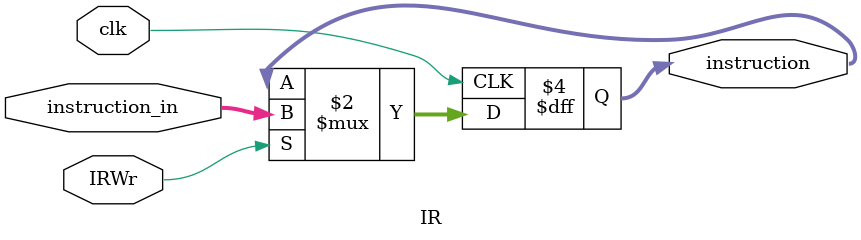
<source format=v>
module IR(clk,instruction_in,IRWr,instruction);
    input clk,IRWr;
    input [31:0]instruction_in;
    output reg [31:0] instruction;

    always @(posedge clk)
        if(IRWr)
            instruction <= instruction_in;

endmodule

</source>
